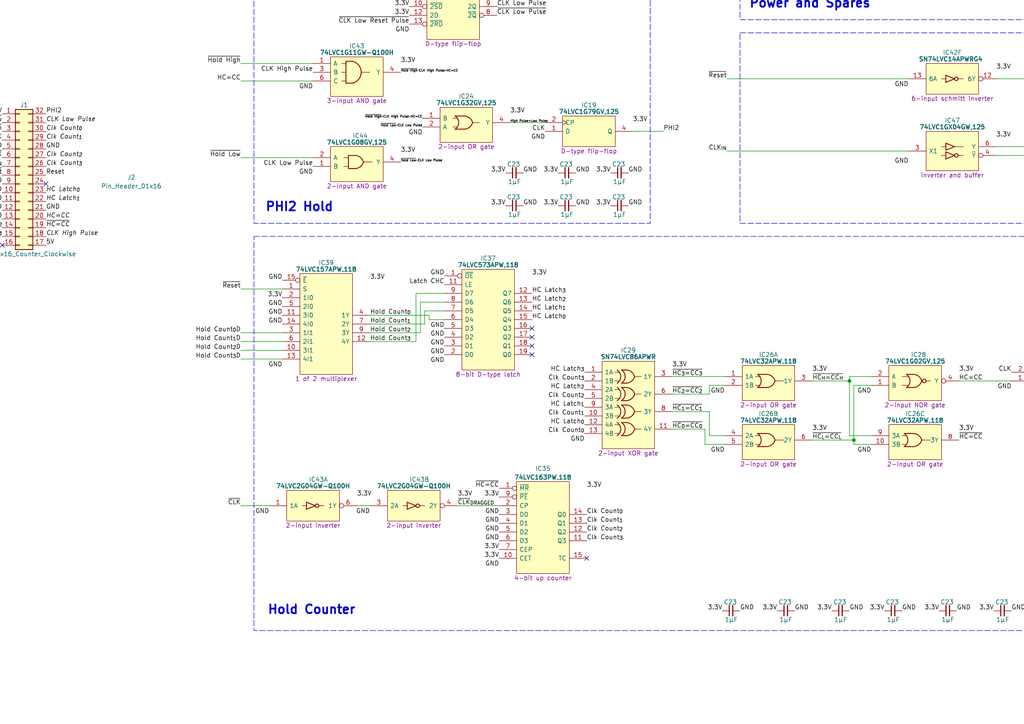
<source format=kicad_sch>
(kicad_sch (version 20230121) (generator eeschema)
  (paper "A4")
  (junction (at 247.65 127.635))
  (junction (at 248.92 -26.67))
  (junction (at 246.38 110.49))
  (junction (at 278.13 -26.67))
  (no_connect (at 154.305 102.87))
  (no_connect (at 154.305 95.25))
  (no_connect (at 320.04 -31.75))
  (no_connect (at 13.335 53.34))
  (no_connect (at 320.04 -14.605))
  (no_connect (at 154.305 100.33))
  (no_connect (at 0.635 71.12))
  (no_connect (at 154.305 97.79))
  (no_connect (at 274.32 -21.59))
  (no_connect (at 170.18 161.925))
  (wire (pts (xy 120.65 85.09) (xy 128.905 85.09)))
  (wire (pts (xy 330.2 90.17) (xy 334.01 90.17)))
  (wire (pts (xy 333.375 45.085) (xy 288.925 45.085)))
  (wire (pts (xy 121.92 87.63) (xy 128.905 87.63)))
  (wire (pts (xy 205.74 114.3) (xy 205.74 111.76)))
  (wire (pts (xy 85.725 -0.635) (xy 118.745 -0.635)))
  (wire (pts (xy 126.365 -23.495) (xy 133.985 -23.495)))
  (wire (pts (xy 205.74 119.38) (xy 205.74 126.365)))
  (wire (pts (xy 330.2 119.38) (xy 334.01 119.38)))
  (wire (pts (xy 69.85 23.495) (xy 90.805 23.495)))
  (wire (pts (xy 69.85 45.72) (xy 90.805 45.72)))
  (wire (pts (xy 318.77 109.22) (xy 319.405 109.22)))
  (wire (pts (xy 69.85 -4.445) (xy 85.725 -4.445)))
  (wire (pts (xy 235.585 127.635) (xy 247.65 127.635)))
  (wire (pts (xy 107.315 93.98) (xy 123.19 93.98)))
  (wire (pts (xy 124.46 92.71) (xy 128.905 92.71)))
  (wire (pts (xy 233.68 -21.59) (xy 234.95 -21.59)))
  (wire (pts (xy 188.595 -5.08) (xy 192.405 -5.08)))
  (wire (pts (xy 85.725 -10.795) (xy 118.745 -10.795)))
  (wire (pts (xy 103.505 146.685) (xy 107.315 146.685)))
  (wire (pts (xy 330.2 87.63) (xy 334.01 87.63)))
  (wire (pts (xy 205.74 126.365) (xy 210.185 126.365)))
  (wire (pts (xy 330.2 149.225) (xy 334.01 149.225)))
  (wire (pts (xy 204.47 128.905) (xy 210.185 128.905)))
  (wire (pts (xy 120.65 99.06) (xy 120.65 85.09)))
  (wire (pts (xy 330.2 156.845) (xy 334.01 156.845)))
  (wire (pts (xy 205.74 111.76) (xy 210.185 111.76)))
  (wire (pts (xy 246.38 110.49) (xy 235.585 110.49)))
  (wire (pts (xy 330.2 151.765) (xy 334.01 151.765)))
  (wire (pts (xy 233.68 -26.67) (xy 248.92 -26.67)))
  (wire (pts (xy 121.92 96.52) (xy 121.92 87.63)))
  (wire (pts (xy 194.945 114.3) (xy 205.74 114.3)))
  (wire (pts (xy 147.955 35.56) (xy 158.115 35.56)))
  (wire (pts (xy 85.725 -6.985) (xy 85.725 -10.795)))
  (wire (pts (xy 69.85 96.52) (xy 81.915 96.52)))
  (wire (pts (xy 247.65 111.76) (xy 247.65 127.635)))
  (wire (pts (xy 192.405 38.1) (xy 183.515 38.1)))
  (wire (pts (xy 248.92 -26.67) (xy 248.92 -24.13)))
  (wire (pts (xy 126.365 -40.005) (xy 133.985 -40.005)))
  (wire (pts (xy 330.2 85.09) (xy 334.01 85.09)))
  (wire (pts (xy 252.73 128.905) (xy 247.65 128.905)))
  (wire (pts (xy 107.315 96.52) (xy 121.92 96.52)))
  (wire (pts (xy 330.2 92.71) (xy 334.01 92.71)))
  (wire (pts (xy 107.315 99.06) (xy 120.65 99.06)))
  (wire (pts (xy 246.38 110.49) (xy 246.38 126.365)))
  (wire (pts (xy 274.32 -26.67) (xy 278.13 -26.67)))
  (wire (pts (xy 69.85 99.06) (xy 81.915 99.06)))
  (wire (pts (xy 252.73 126.365) (xy 246.38 126.365)))
  (wire (pts (xy 124.46 91.44) (xy 124.46 92.71)))
  (wire (pts (xy 210.82 43.815) (xy 263.525 43.815)))
  (wire (pts (xy 204.47 124.46) (xy 204.47 128.905)))
  (wire (pts (xy 188.595 -7.62) (xy 192.405 -7.62)))
  (wire (pts (xy 132.715 146.685) (xy 144.78 146.685)))
  (wire (pts (xy 333.375 42.545) (xy 288.925 42.545)))
  (wire (pts (xy 210.82 22.86) (xy 263.525 22.86)))
  (wire (pts (xy 69.85 146.685) (xy 78.105 146.685)))
  (wire (pts (xy 85.725 -4.445) (xy 85.725 -0.635)))
  (wire (pts (xy 278.13 -26.67) (xy 283.21 -26.67)))
  (wire (pts (xy 123.19 93.98) (xy 123.19 90.17)))
  (wire (pts (xy 330.2 116.84) (xy 334.01 116.84)))
  (wire (pts (xy 69.85 104.14) (xy 81.915 104.14)))
  (wire (pts (xy 247.65 128.905) (xy 247.65 127.635)))
  (wire (pts (xy 252.73 111.76) (xy 247.65 111.76)))
  (wire (pts (xy 194.945 109.22) (xy 210.185 109.22)))
  (wire (pts (xy 246.38 109.22) (xy 246.38 110.49)))
  (wire (pts (xy 204.47 124.46) (xy 194.945 124.46)))
  (wire (pts (xy 233.68 -26.67) (xy 233.68 -21.59)))
  (wire (pts (xy 333.375 22.86) (xy 288.925 22.86)))
  (wire (pts (xy 69.85 18.415) (xy 90.805 18.415)))
  (wire (pts (xy 278.13 -21.59) (xy 278.13 -26.67)))
  (wire (pts (xy 330.2 154.305) (xy 334.01 154.305)))
  (wire (pts (xy 69.85 -6.985) (xy 85.725 -6.985)))
  (wire (pts (xy 246.38 109.22) (xy 252.73 109.22)))
  (wire (pts (xy 69.85 101.6) (xy 81.915 101.6)))
  (wire (pts (xy 107.315 91.44) (xy 124.46 91.44)))
  (wire (pts (xy 278.13 110.49) (xy 293.37 110.49)))
  (wire (pts (xy 194.945 119.38) (xy 205.74 119.38)))
  (wire (pts (xy 123.19 90.17) (xy 128.905 90.17)))
  (wire (pts (xy 69.85 83.82) (xy 81.915 83.82)))
  (rectangle (start 214.63 9.525) (end 329.565 64.77) (stroke (width 0) (type dash)))
  (rectangle (start 73.66 68.58) (end 330.2 182.88) (stroke (width 0) (type dash)))
  (rectangle (start 214.63 -49.53) (end 329.565 5.715) (stroke (width 0) (type dash)))
  (rectangle (start 73.66 -49.53) (end 188.595 64.77) (stroke (width 0) (type dash)))
  (text "Hold Counter" (at 77.47 178.435 0) (effects (font (size 2.54 2.54) (thickness 0.508) bold) (justify left bottom)))
  (text "PHI2 Hold" (at 76.835 61.595 0) (effects (font (size 2.54 2.54) (thickness 0.508) bold) (justify left bottom)))
  (text "Power and Spares" (at 217.17 2.54 0) (effects (font (size 2.54 2.54) (thickness 0.508) bold) (justify left bottom)))
  (label "5V" (at 233.68 -26.67 180))
  (label "~{CLK High Pulse}" (at 100.965 -40.005 180))
  (label "HC=CC" (at 69.85 23.495 180))
  (label "3.3V" (at 126.365 -42.545 0))
  (label "GND" (at 230.505 177.165 0))
  (label "GND" (at 293.37 177.165 0))
  (label "CLK Low Pulse" (at 90.805 48.26 180))
  (label "GND" (at 78.105 149.225 180))
  (label "HC=CC" (at 13.335 63.5 0) (effects (font italic)))
  (label "3.3V" (at 144.78 161.925 180))
  (label "GND" (at 128.905 105.41 180))
  (label "HC Latch_{3}" (at 154.305 85.09 0))
  (label "3.3V" (at 118.745 -5.715 180))
  (label "GND" (at 128.905 100.33 180))
  (label "~{Hold High}·CLK High Pulse·HC=CC" (at 122.555 34.29 180) (effects (font (size 0.635 0.635))))
  (label "GND" (at 133.985 -20.955 180))
  (label "HC Latch_{1}" (at 13.335 58.42 0) (effects (font italic)))
  (label "Clk Count_{0}" (at 13.335 38.1 0) (effects (font italic)))
  (label "HC Latch_{2}" (at 154.305 87.63 0))
  (label "~{CLK}" (at 333.375 45.085 0))
  (label "HC Latch_{3}" (at 169.545 107.95 180))
  (label "~{Reset}" (at 0.635 50.8 180))
  (label "~{Hold Low}·CLK Low Pulse" (at 122.555 36.83 180) (effects (font (size 0.635 0.635))))
  (label "GND" (at 100.965 -37.465 180))
  (label "3.3V" (at 146.685 59.69 180))
  (label "GND" (at 128.905 102.87 180))
  (label "Reset" (at 333.375 22.86 0))
  (label "GND" (at 263.525 47.625 180))
  (label "CLK L.P." (at 126.365 -23.495 0))
  (label "Clk Count_{2}" (at 170.18 154.305 0))
  (label "3.3V" (at 235.585 107.95 0))
  (label "GND" (at 182.245 50.165 0))
  (label "GND" (at 128.905 80.01 180))
  (label "High Pulse+Low Pulse" (at 147.955 35.56 0) (effects (font (size 0.635 0.635))))
  (label "3.3V" (at 154.305 80.01 0))
  (label "GND" (at 210.185 114.3 180))
  (label "GND" (at 118.745 9.525 180))
  (label "3.3V" (at 116.205 18.415 0))
  (label "3.3V" (at 194.945 106.68 0))
  (label "~{CLK}" (at 69.85 146.685 180))
  (label "GND" (at 90.805 50.8 180))
  (label "3.3V" (at 272.415 177.165 180))
  (label "~{HC_{1}=CC_{1}}" (at 194.945 119.38 0))
  (label "GND" (at 210.185 131.445 180))
  (label "CLK High Pulse" (at 13.335 68.58 0) (effects (font italic)))
  (label "GND" (at 246.38 177.165 0))
  (label "3.3V" (at 107.315 81.28 0))
  (label "GND" (at 252.73 114.3 180))
  (label "3.3V" (at 144.78 144.145 180))
  (label "~{CLK Low Pulse}" (at 100.965 -23.495 180))
  (label "Clk Count_{3}" (at 170.18 156.845 0))
  (label "HC Latch_{3}" (at 0.635 68.58 180) (effects (font italic)))
  (label "CLK" (at 293.37 107.95 180))
  (label "3.3V" (at 288.925 20.32 0))
  (label "HC=CC" (at 334.01 116.84 0))
  (label "HC=CC" (at 278.13 110.49 0))
  (label "GND" (at 144.78 151.765 180))
  (label "Hold Count_{0}" (at 107.315 91.44 0))
  (label "~{HC=CC}" (at 278.13 127.635 0))
  (label "~{Hold High}·CLK High Pulse·HC=CC" (at 116.205 20.955 0) (effects (font (size 0.635 0.635))))
  (label "CLK" (at 0.635 40.64 180))
  (label "Clk Count_{0}" (at 169.545 125.73 180))
  (label "HC Latch_{1}" (at 154.305 90.17 0))
  (label "GND" (at 294.64 -29.21 180))
  (label "GND" (at 144.78 149.225 180))
  (label "GND" (at 122.555 39.37 180))
  (label "GND" (at 167.005 59.69 0))
  (label "Clk Count_{1}" (at 334.01 151.765 0))
  (label "Clk Count_{0}" (at 170.18 149.225 0))
  (label "GND" (at 294.64 -13.335 180))
  (label "3.3V" (at 256.54 177.165 180))
  (label "CLK High Pulse" (at 144.145 -8.255 0))
  (label "HC Latch_{0}" (at 13.335 55.88 0) (effects (font italic)))
  (label "HC Latch_{2}" (at 0.635 66.04 180) (effects (font italic)))
  (label "HC Latch_{3}" (at 334.01 85.09 0))
  (label "~{Hold Low}" (at 0.635 35.56 180))
  (label "3.3V" (at 235.585 125.095 0))
  (label "3.3V" (at 318.135 59.055 180))
  (label "GND" (at 151.765 59.69 0))
  (label "~{Hold High}" (at 69.85 18.415 180))
  (label "3.3V" (at 288.29 177.165 180))
  (label "3.3V" (at 146.685 50.165 180))
  (label "~{CLK High Pulse}" (at 144.145 -5.715 0))
  (label "Hold Count_{3}" (at 107.315 99.06 0))
  (label "~{Reset}" (at 210.82 22.86 180))
  (label "GND" (at 323.85 177.165 0))
  (label "~{Hold Low}" (at 69.85 45.72 180))
  (label "~{HC_{2}=CC_{2}}" (at 194.945 114.3 0))
  (label "CLK Low Pulse" (at 192.405 -5.08 0))
  (label "3.3V" (at 241.3 177.165 180))
  (label "GND" (at 283.21 -21.59 0))
  (label "3.3V" (at 144.78 159.385 180))
  (label "Hold Count_{2}D" (at 69.85 101.6 180))
  (label "~{Hold High}" (at 0.635 38.1 180))
  (label "3.3V" (at 147.955 33.02 0))
  (label "GND" (at 277.495 177.165 0))
  (label "CLK" (at 69.85 -6.985 180))
  (label "3.3V" (at 161.925 50.165 180))
  (label "HC Latch_{2}" (at 169.545 113.03 180))
  (label "Clk Count_{0}" (at 334.01 149.225 0))
  (label "3.3V" (at 303.53 177.165 180))
  (label "GND" (at 167.005 50.165 0))
  (label "Hold Count_{3}D" (at 0.635 63.5 180))
  (label "5V" (at 13.335 71.12 0))
  (label "PHI2" (at 13.335 33.02 0))
  (label "3.3V" (at 318.77 177.165 180))
  (label "GND" (at 128.905 95.25 180))
  (label "Clk Count_{3}" (at 334.01 156.845 0))
  (label "Hold Count_{2}D" (at 0.635 58.42 180))
  (label "3.3V" (at 320.04 -34.29 0))
  (label "GND" (at 248.92 -21.59 180))
  (label "3.3V" (at 81.915 86.36 180))
  (label "GND" (at 100.965 -20.955 180))
  (label "GND" (at 107.315 149.225 180))
  (label "CLK Low Pulse" (at 144.145 1.905 0))
  (label "GND" (at 263.525 25.4 180))
  (label "CLK" (at 158.115 38.1 180))
  (label "GND" (at 151.765 50.165 0))
  (label "Hold Count_{1}D" (at 69.85 99.06 180))
  (label "Latch CHC" (at 319.405 109.22 0))
  (label "GND" (at 158.115 40.64 180))
  (label "GND" (at 323.215 59.055 0))
  (label "3.3V" (at 288.925 40.005 0))
  (label "GND" (at 133.985 -37.465 180))
  (label "Clk Count_{1}" (at 169.545 120.65 180))
  (label "~{HC_{0}=CC_{0}}" (at 194.945 124.46 0))
  (label "~{CLK}" (at 69.85 -4.445 180))
  (label "3.3V" (at 126.365 -26.035 0))
  (label "GND" (at 169.545 128.27 180))
  (label "CLK High Pulse" (at 192.405 -7.62 0))
  (label "GND" (at 144.78 154.305 180))
  (label "5V" (at 0.635 33.02 180))
  (label "3.3V" (at 103.505 144.145 0))
  (label "GND" (at 81.915 91.44 180))
  (label "3.3V" (at 159.385 -42.545 0))
  (label "CLK High Pulse" (at 90.805 20.955 180))
  (label "GND" (at 308.61 177.165 0))
  (label "3.3V" (at 225.425 177.165 180))
  (label "HC Latch_{1}" (at 334.01 90.17 0))
  (label "Hold Count_{0}D" (at 0.635 53.34 180))
  (label "GND" (at 13.335 43.18 0))
  (label "CLK_{IN}" (at 210.82 43.815 180))
  (label "Hold Count_{2}" (at 107.315 96.52 0))
  (label "Clk Count_{1}" (at 170.18 151.765 0))
  (label "CLK" (at 333.375 42.545 0))
  (label "3.3V" (at 118.745 4.445 180))
  (label "GND" (at 81.915 106.68 180))
  (label "Latch CHC" (at 128.905 82.55 180))
  (label "~{CLK}" (at 0.635 45.72 180))
  (label "3.3V" (at 144.145 -10.795 0))
  (label "HC Latch_{0}" (at 169.545 123.19 180))
  (label "Clk Count_{3}" (at 13.335 48.26 0) (effects (font italic)))
  (label "PHI2" (at 192.405 38.1 0))
  (label "GND" (at 214.63 177.165 0))
  (label "Clk Count_{2}" (at 169.545 115.57 180))
  (label "GND" (at 240.03 -21.59 0))
  (label "3.3V" (at 283.21 -26.67 0))
  (label "3.3V" (at 318.77 106.68 0))
  (label "3.3V" (at 278.13 107.95 0))
  (label "~{CLK High Reset Pulse}" (at 159.385 -40.005 0))
  (label "GND" (at 261.62 177.165 0))
  (label "Hold Count_{1}D" (at 0.635 55.88 180))
  (label "Clk Count_{3}" (at 169.545 110.49 180))
  (label "3.3V" (at 116.205 44.45 0))
  (label "3.3V" (at 278.13 125.095 0))
  (label "3.3V" (at 159.385 -26.035 0))
  (label "GND" (at 144.78 164.465 180))
  (label "~{HC_{H}=CC_{H}}" (at 235.585 110.49 0))
  (label "3.3V" (at 132.715 144.145 0))
  (label "GND" (at 13.335 60.96 0))
  (label "Hold Count_{0}D" (at 69.85 96.52 180))
  (label "~{Reset}" (at 69.85 83.82 180))
  (label "GND" (at 81.915 93.98 180))
  (label "GND" (at 81.915 81.28 180))
  (label "3.3V" (at 118.745 -8.255 180))
  (label "~{CLK Low Reset Pulse}" (at 118.745 6.985 180))
  (label "GND" (at 294.64 -10.795 180))
  (label "3.3V" (at 161.925 59.69 180))
  (label "HC Latch_{0}" (at 334.01 92.71 0))
  (label "GND" (at 128.905 97.79 180))
  (label "HC Latch_{1}" (at 169.545 118.11 180))
  (label "~{HC=CC}" (at 13.335 66.04 0) (effects (font italic)))
  (label "GND" (at 294.64 -15.875 180))
  (label "3.3V" (at 177.165 59.69 180))
  (label "HC Latch_{2}" (at 334.01 87.63 0))
  (label "~{HC_{3}=CC_{3}}" (at 194.945 109.22 0))
  (label "3.3V" (at 118.745 1.905 180))
  (label "CLK Low Pulse" (at 13.335 35.56 0) (effects (font italic)))
  (label "GND" (at 144.78 156.845 180))
  (label "3.3V" (at 209.55 177.165 180))
  (label "GND" (at 293.37 113.03 180))
  (label "3.3V" (at 320.04 -17.145 0))
  (label "GND" (at 90.805 26.035 180))
  (label "CLK H.P." (at 126.365 -40.005 0))
  (label "~{CLK}_{DRAGGED}" (at 132.715 146.685 0))
  (label "3.3V" (at 183.515 35.56 0))
  (label "~{CLK Low Pulse}" (at 144.145 4.445 0))
  (label "~{HC_{L}=CC_{L}}" (at 235.585 127.635 0))
  (label "Clk Count_{1}" (at 13.335 40.64 0) (effects (font italic)))
  (label "GND" (at 81.915 88.9 180))
  (label "HC Latch_{0}" (at 154.305 92.71 0))
  (label "Clk Count_{2}" (at 13.335 45.72 0) (effects (font italic)))
  (label "~{CLK Low Reset Pulse}" (at 159.385 -23.495 0))
  (label "GND" (at 0.635 43.18 180))
  (label "Hold Count_{1}" (at 107.315 93.98 0))
  (label "Reset" (at 13.335 50.8 0))
  (label "3.3V" (at 177.165 50.165 180))
  (label "~{HC=CC}" (at 144.78 141.605 180))
  (label "~{Hold Low}·CLK Low Pulse" (at 116.205 46.99 0) (effects (font (size 0.635 0.635))))
  (label "~{CLK High Reset Pulse}" (at 118.745 -3.175 180))
  (label "GND" (at 0.635 60.96 180))
  (label "GND" (at 252.73 131.445 180))
  (label "~{HC=CC}" (at 334.01 119.38 0))
  (label "GND" (at 294.64 -31.75 180))
  (label "Clk Count_{2}" (at 334.01 154.305 0))
  (label "GND" (at 182.245 59.69 0))
  (label "3.3V" (at 170.18 141.605 0))
  (label "Hold Count_{3}D" (at 69.85 104.14 180))
  (label "CLK_{IN}" (at 0.635 48.26 180))
  (symbol (lib_id "HCP65:C_0805") (at 146.685 50.165 0) (unit 1)
    (property "Reference" "C23" (at 148.971 47.625 0))
    (property "Value" "1μF" (at 149.225 52.705 0))
    (property "Footprint" "SamacSys_Parts:C_0805" (effects hide))
    (instances (project "Pico Sound" (path "" (reference "C23") (unit 1))) (project "W65C816 Clock Hold" (path "" (reference "C1") (unit 1)) (path "" (reference "C47") (unit 1))))
  )
  (symbol (lib_id "Nexperia:74LVC1G02GV,125") (at 252.73 109.22 0) (unit 1)
    (property "Reference" "IC28" (at 264.16 102.87 0) (effects (justify left)))
    (property "Value" "74LVC1G02GV,125" (at 256.54 104.775 0) (effects (font bold) (justify left)))
    (property "Footprint" "SOT95P275X110-5N" (effects hide))
    (property "Datasheet" "https://assets.nexperia.com/documents/data-sheet/74LVC1G02.pdf" (effects hide))
    (property "Description" "2-input NOR gate" (at 256.54 117.475 0) (effects (justify left)))
    (property "Height" "1.1" (effects hide))
    (property "Manufacturer_Name" "Nexperia" (effects hide))
    (property "Manufacturer_Part_Number" "74LVC1G02GV,125" (effects hide))
    (property "Mouser Part Number" "771-LVC1G02GV125" (effects hide))
    (property "Mouser Price/Stock" "https://www.mouser.co.uk/ProductDetail/Nexperia/74LVC1G02GV125?qs=me8TqzrmIYX6GMf4PLx9gg%3D%3D" (effects hide))
    (property "Silkscreen" "'1G02" (effects hide))
  )
  (symbol (lib_id "Nexperia:74LVC32APW,118_Multi") (at 252.73 126.365 0) (unit 3)
    (property "Reference" "IC26" (at 265.43 120.015 0))
    (property "Value" "74LVC32APW,118" (at 265.43 121.92 0) (effects (font bold)))
    (property "Footprint" "SOP65P640X110-14N" (effects hide))
    (property "Datasheet" "https://assets.nexperia.com/documents/data-sheet/74LVC32A.pdf" (effects hide))
    (property "Description" "2-input OR gate" (at 265.43 134.62 0))
    (property "Height" "1.1" (effects hide))
    (property "Manufacturer_Name" "Nexperia" (effects hide))
    (property "Manufacturer_Part_Number" "74LVC32APW,118" (effects hide))
    (property "Mouser Part Number" "771-74LVC32APW-T" (effects hide))
    (property "Mouser Price/Stock" "https://www.mouser.com/Search/Refine.aspx?Keyword=771-74LVC32APW-T" (effects hide))
    (property "Silkscreen" "74LVC32APW" (effects hide))
  )
  (symbol (lib_id "Nexperia:74LVC32APW,118_Multi") (at 210.185 109.22 0) (unit 1)
    (property "Reference" "IC26" (at 222.885 102.87 0))
    (property "Value" "74LVC32APW,118" (at 222.885 104.775 0) (effects (font bold)))
    (property "Footprint" "SOP65P640X110-14N" (effects hide))
    (property "Datasheet" "https://assets.nexperia.com/documents/data-sheet/74LVC32A.pdf" (effects hide))
    (property "Description" "2-input OR gate" (at 222.885 117.475 0))
    (property "Height" "1.1" (effects hide))
    (property "Manufacturer_Name" "Nexperia" (effects hide))
    (property "Manufacturer_Part_Number" "74LVC32APW,118" (effects hide))
    (property "Mouser Part Number" "771-74LVC32APW-T" (effects hide))
    (property "Mouser Price/Stock" "https://www.mouser.com/Search/Refine.aspx?Keyword=771-74LVC32APW-T" (effects hide))
    (property "Silkscreen" "74LVC32APW" (effects hide))
  )
  (symbol (lib_id "Nexperia:74LVC1GX04GW,125") (at 263.525 40.005 0) (unit 1)
    (property "Reference" "IC47" (at 276.225 34.925 0))
    (property "Value" "74LVC1GX04GW,125" (at 276.225 36.83 0) (effects (font bold)))
    (property "Footprint" "SOP65P210X110-6N" (effects hide))
    (property "Datasheet" "https://assets.nexperia.com/documents/data-sheet/74LVC1GX04.pdf" (effects hide))
    (property "Description" "inverter and buffer" (at 276.225 50.8 0))
    (property "Height" "1.1" (effects hide))
    (property "Manufacturer_Name" "Nexperia" (effects hide))
    (property "Manufacturer_Part_Number" "74LVC1GX04GW,125" (effects hide))
    (property "Mouser Part Number" "771-74LVC1GX04GW-G" (effects hide))
    (property "Mouser Price/Stock" "https://www.mouser.co.uk/ProductDetail/Nexperia/74LVC1GX04GW125?qs=me8TqzrmIYXdz6qx7bR6zQ%3D%3D" (effects hide))
    (property "Silkscreen" "'1GX04" (effects hide))
  )
  (symbol (lib_id "HCP65:C_0805") (at 177.165 50.165 0) (unit 1)
    (property "Reference" "C23" (at 179.451 47.625 0))
    (property "Value" "1μF" (at 179.705 52.705 0))
    (property "Footprint" "SamacSys_Parts:C_0805" (effects hide))
    (instances (project "Pico Sound" (path "" (reference "C23") (unit 1))) (project "W65C816 Clock Hold" (path "" (reference "C1") (unit 1)) (path "" (reference "C21") (unit 1))))
  )
  (symbol (lib_id "Nexperia:74LVC1G32GV,125") (at 122.555 34.29 0) (unit 1)
    (property "Reference" "IC24" (at 135.255 27.94 0))
    (property "Value" "74LVC1G32GV,125" (at 135.255 29.845 0) (effects (font bold)))
    (property "Footprint" "SOT95P275X110-5N" (effects hide))
    (property "Datasheet" "https://assets.nexperia.com/documents/data-sheet/74LVC1G32.pdf" (effects hide))
    (property "Description" "2-input OR gate" (at 135.255 42.545 0))
    (property "Height" "1.1" (effects hide))
    (property "Manufacturer_Name" "Nexperia" (effects hide))
    (property "Manufacturer_Part_Number" "74LVC1G32GV,125" (effects hide))
    (property "Mouser Part Number" "771-LVC1G32GV125" (effects hide))
    (property "Mouser Price/Stock" "https://www.mouser.co.uk/ProductDetail/Nexperia/74LVC1G32GV125?qs=me8TqzrmIYXExQH4V9SARg%3D%3D" (effects hide))
    (property "Silkscreen" "'1G32" (effects hide))
    (instances (project "W65C816 Clock Hold" (path "" (reference "IC24") (unit 1)) (path "" (reference "IC27") (unit 1))))
  )
  (symbol (lib_id "HCP65:C_0805") (at 161.925 59.69 0) (unit 1)
    (property "Reference" "C23" (at 164.211 57.15 0))
    (property "Value" "1μF" (at 164.465 62.23 0))
    (property "Footprint" "SamacSys_Parts:C_0805" (effects hide))
    (instances (project "Pico Sound" (path "" (reference "C23") (unit 1))) (project "W65C816 Clock Hold" (path "" (reference "C1") (unit 1)) (path "" (reference "C22") (unit 1))))
  )
  (symbol (lib_id "Nexperia:74LVC32APW,118_Multi") (at 210.185 126.365 0) (unit 2)
    (property "Reference" "IC26" (at 222.885 120.015 0))
    (property "Value" "74LVC32APW,118" (at 222.885 121.92 0) (effects (font bold)))
    (property "Footprint" "SOP65P640X110-14N" (effects hide))
    (property "Datasheet" "https://assets.nexperia.com/documents/data-sheet/74LVC32A.pdf" (effects hide))
    (property "Description" "2-input OR gate" (at 222.885 134.62 0))
    (property "Height" "1.1" (effects hide))
    (property "Manufacturer_Name" "Nexperia" (effects hide))
    (property "Manufacturer_Part_Number" "74LVC32APW,118" (effects hide))
    (property "Mouser Part Number" "771-74LVC32APW-T" (effects hide))
    (property "Mouser Price/Stock" "https://www.mouser.com/Search/Refine.aspx?Keyword=771-74LVC32APW-T" (effects hide))
    (property "Silkscreen" "74LVC32APW" (effects hide))
  )
  (symbol (lib_id "HCP65:Pin_Header_01x16") (at 38.1 52.705 0) (unit 1)
    (property "Reference" "J2" (at 38.1 51.435 0))
    (property "Value" "Pin_Header_01x16" (at 38.1 53.975 0))
    (property "Footprint" "SamacSys_Parts:PinHeader_1x16_P2.54mm_Vertical" (effects hide))
  )
  (symbol (lib_id "Connector_Generic:Conn_02x16_Counter_Clockwise") (at 5.715 50.8 0) (unit 1)
    (property "Reference" "J1" (at 6.985 30.48 0))
    (property "Value" "Conn_02x16_Counter_Clockwise" (at 6.985 73.66 0))
    (property "Footprint" "SamacSys_Parts:DIP-32_Board_W22.86mm" (effects hide))
  )
  (symbol (lib_id "HCP65:Pin_Header_01x16") (at -27.305 52.705 0) (unit 1)
    (property "Reference" "J3" (at -27.305 51.435 0))
    (property "Value" "Pin_Header_01x16" (at -27.305 53.975 0))
    (property "Footprint" "SamacSys_Parts:PinHeader_1x16_P2.54mm_Vertical" (effects hide))
  )
  (symbol (lib_id "Nexperia:74LVC1G08GV,125") (at 90.805 45.085 0) (unit 1)
    (property "Reference" "IC44" (at 102.235 39.37 0) (effects (justify left)))
    (property "Value" "74LVC1G08GV,125" (at 103.505 41.275 0) (effects (font bold)))
    (property "Footprint" "SOT95P275X110-5N" (effects hide))
    (property "Datasheet" "https://assets.nexperia.com/documents/data-sheet/74LVC1G08.pdf" (effects hide))
    (property "Description" "2-input AND gate" (at 103.505 53.975 0))
    (property "Height" "1.1" (effects hide))
    (property "Manufacturer_Name" "Nexperia" (effects hide))
    (property "Manufacturer_Part_Number" "74LVC1G08GV,125" (effects hide))
    (property "Mouser Part Number" "771-74LVC1G08GV" (effects hide))
    (property "Mouser Price/Stock" "https://www.mouser.co.uk/ProductDetail/Nexperia/74LVC1G08GV125?qs=me8TqzrmIYXEnurJEPZc7A%3D%3D" (effects hide))
    (property "Arrow Part Number" "74LVC1G08GV,125" (effects hide))
    (property "Arrow Price/Stock" "https://www.arrow.com/en/products/74lvc1g08gv125/nexperia" (effects hide))
    (property "Silkscreen" "'1G08" (effects hide))
  )
  (symbol (lib_id "HCP65:C_0805") (at 234.95 -21.59 0) (unit 1)
    (property "Reference" "C27" (at 237.236 -24.13 0))
    (property "Value" "10μF" (at 237.49 -19.05 0))
    (property "Footprint" "SamacSys_Parts:C_0805" (effects hide))
    (instances (project "Pico Sound" (path "" (reference "C27") (unit 1))) (project "W65C816 Clock Hold" (path "" (reference "C7") (unit 1)) (path "" (reference "C43") (unit 1))))
  )
  (symbol (lib_id "Nexperia:74LVC32APW,118_Multi") (at 294.64 -15.875 0) (unit 4)
    (property "Reference" "IC26" (at 307.34 -22.225 0))
    (property "Value" "74LVC32APW,118" (at 307.34 -20.32 0) (effects (font bold)))
    (property "Footprint" "SOP65P640X110-14N" (effects hide))
    (property "Datasheet" "https://assets.nexperia.com/documents/data-sheet/74LVC32A.pdf" (effects hide))
    (property "Description" "2-input OR gate" (at 307.34 -7.62 0))
    (property "Height" "1.1" (effects hide))
    (property "Manufacturer_Name" "Nexperia" (effects hide))
    (property "Manufacturer_Part_Number" "74LVC32APW,118" (effects hide))
    (property "Mouser Part Number" "771-74LVC32APW-T" (effects hide))
    (property "Mouser Price/Stock" "https://www.mouser.com/Search/Refine.aspx?Keyword=771-74LVC32APW-T" (effects hide))
    (property "Silkscreen" "74LVC32APW" (effects hide))
  )
  (symbol (lib_id "HCP65:C_0805") (at 209.55 177.165 0) (unit 1)
    (property "Reference" "C23" (at 211.836 174.625 0))
    (property "Value" "1μF" (at 212.09 179.705 0))
    (property "Footprint" "SamacSys_Parts:C_0805" (effects hide))
    (instances (project "Pico Sound" (path "" (reference "C23") (unit 1))) (project "W65C816 Clock Hold" (path "" (reference "C1") (unit 1)) (path "" (reference "C29") (unit 1))))
  )
  (symbol (lib_id "HCP65:C_0805") (at 241.3 177.165 0) (unit 1)
    (property "Reference" "C23" (at 243.586 174.625 0))
    (property "Value" "1μF" (at 243.84 179.705 0))
    (property "Footprint" "SamacSys_Parts:C_0805" (effects hide))
    (instances (project "Pico Sound" (path "" (reference "C23") (unit 1))) (project "W65C816 Clock Hold" (path "" (reference "C1") (unit 1)) (path "" (reference "C26") (unit 1))))
  )
  (symbol (lib_id "Diodes_Inc:AP7365-33WG-7") (at 248.92 -26.67 0) (unit 1)
    (property "Reference" "IC2" (at 261.62 -31.75 0))
    (property "Value" "AP7365-33WG-7" (at 261.62 -29.845 0) (effects (font bold)))
    (property "Footprint" "SOT95P285X130-5N" (effects hide))
    (property "Datasheet" "https://componentsearchengine.com/Datasheets/1/AP7365-33WG-7.pdf" (effects hide))
    (property "Description" "3.3V LDO voltage regulator" (at 261.62 -18.415 0))
    (property "Height" "1.3" (effects hide))
    (property "Manufacturer_Name" "Diodes Inc." (effects hide))
    (property "Manufacturer_Part_Number" "AP7365-33WG-7" (effects hide))
    (property "Mouser Part Number" "621-AP7365-33WG-7" (effects hide))
    (property "Mouser Price/Stock" "https://www.mouser.co.uk/ProductDetail/Diodes-Incorporated/AP7365-33WG-7?qs=abZ1nkZpTuOZFvxvoFPL0w%3D%3D" (effects hide))
    (property "Arrow Part Number" "AP7365-33WG-7" (effects hide))
    (property "Arrow Price/Stock" "https://www.arrow.com/en/products/ap7365-33wg-7/diodes-incorporated?region=nac" (effects hide))
    (property "Silkscreen" "AP7365" (effects hide))
    (instances (project "Pico Sound" (path "" (reference "IC2") (unit 1))) (project "W65C816 Clock Hold" (path "" (reference "IC7") (unit 1)) (path "" (reference "IC41") (unit 1))))
  )
  (symbol (lib_id "HCP65:C_0805") (at 278.13 -21.59 0) (unit 1)
    (property "Reference" "C27" (at 280.416 -24.13 0))
    (property "Value" "10μF" (at 280.67 -19.05 0))
    (property "Footprint" "SamacSys_Parts:C_0805" (effects hide))
    (instances (project "Pico Sound" (path "" (reference "C27") (unit 1))) (project "W65C816 Clock Hold" (path "" (reference "C7") (unit 1)) (path "" (reference "C44") (unit 1))))
  )
  (symbol (lib_id "Texas_Instruments:SN74LVC14APWRG4 _Multi") (at 133.985 -23.495 0) (unit 5)
    (property "Reference" "IC42" (at 146.685 -31.115 0))
    (property "Value" "SN74LVC14APWRG4 " (at 146.685 -29.21 0) (effects (font bold)))
    (property "Footprint" "SOP65P640X110-14N" (effects hide))
    (property "Datasheet" "https://www.ti.com/lit/ds/symlink/sn54lvc14a-sp.pdf?HQS=dis-mous-null-mousermode-dsf-pf-null-wwe&ts=1698388139196&ref_url=https%253A%252F%252Fwww.mouser.de%252F" (effects hide))
    (property "Description" "6-input schmitt inverter" (at 146.685 -17.78 0))
    (property "Height" "1.1" (effects hide))
    (property "Manufacturer_Name" "Nexperia" (effects hide))
    (property "Manufacturer_Part_Number" "SN74LVC14APWRG4 " (effects hide))
    (property "Mouser Part Number" "SN74LVC14APWRG4 " (effects hide))
    (property "Mouser Price/Stock" "https://www.mouser.co.uk/ProductDetail/Nexperia/74LVC04APW118?qs=me8TqzrmIYUA5zXidd9%2F4g%3D%3D" (effects hide))
    (property "Silkscreen" "74LVC14" (effects hide))
    (instances (project "W65C816 Clock Hold" (path "" (reference "IC42") (unit 5)) (path "" (reference "IC7") (unit 5))))
  )
  (symbol (lib_id "HCP65:C_0805") (at 225.425 177.165 0) (unit 1)
    (property "Reference" "C23" (at 227.711 174.625 0))
    (property "Value" "1μF" (at 227.965 179.705 0))
    (property "Footprint" "SamacSys_Parts:C_0805" (effects hide))
    (instances (project "Pico Sound" (path "" (reference "C23") (unit 1))) (project "W65C816 Clock Hold" (path "" (reference "C1") (unit 1)) (path "" (reference "C57") (unit 1))))
  )
  (symbol (lib_id "HCP65:C_0805") (at 146.685 59.69 0) (unit 1)
    (property "Reference" "C23" (at 148.971 57.15 0))
    (property "Value" "1μF" (at 149.225 62.23 0))
    (property "Footprint" "SamacSys_Parts:C_0805" (effects hide))
    (instances (project "Pico Sound" (path "" (reference "C23") (unit 1))) (project "W65C816 Clock Hold" (path "" (reference "C1") (unit 1)) (path "" (reference "C24") (unit 1))))
  )
  (symbol (lib_id "HCP65:C_0805") (at 256.54 177.165 0) (unit 1)
    (property "Reference" "C23" (at 258.826 174.625 0))
    (property "Value" "1μF" (at 259.08 179.705 0))
    (property "Footprint" "SamacSys_Parts:C_0805" (effects hide))
    (instances (project "Pico Sound" (path "" (reference "C23") (unit 1))) (project "W65C816 Clock Hold" (path "" (reference "C1") (unit 1)) (path "" (reference "C28") (unit 1))))
  )
  (symbol (lib_id "HCP65:C_0805") (at 303.53 177.165 0) (unit 1)
    (property "Reference" "C23" (at 305.816 174.625 0))
    (property "Value" "1μF" (at 306.07 179.705 0))
    (property "Footprint" "SamacSys_Parts:C_0805" (effects hide))
    (instances (project "Pico Sound" (path "" (reference "C23") (unit 1))) (project "W65C816 Clock Hold" (path "" (reference "C1") (unit 1)) (path "" (reference "C27") (unit 1))))
  )
  (symbol (lib_id "Texas_Instruments:SN74LVC14APWRG4 _Multi") (at 263.525 22.86 0) (unit 6)
    (property "Reference" "IC42" (at 276.225 15.24 0))
    (property "Value" "SN74LVC14APWRG4 " (at 276.225 17.145 0) (effects (font bold)))
    (property "Footprint" "SOP65P640X110-14N" (effects hide))
    (property "Datasheet" "https://www.ti.com/lit/ds/symlink/sn54lvc14a-sp.pdf?HQS=dis-mous-null-mousermode-dsf-pf-null-wwe&ts=1698388139196&ref_url=https%253A%252F%252Fwww.mouser.de%252F" (effects hide))
    (property "Description" "6-input schmitt inverter" (at 276.225 28.575 0))
    (property "Height" "1.1" (effects hide))
    (property "Manufacturer_Name" "Nexperia" (effects hide))
    (property "Manufacturer_Part_Number" "SN74LVC14APWRG4 " (effects hide))
    (property "Mouser Part Number" "SN74LVC14APWRG4 " (effects hide))
    (property "Mouser Price/Stock" "https://www.mouser.co.uk/ProductDetail/Nexperia/74LVC04APW118?qs=me8TqzrmIYUA5zXidd9%2F4g%3D%3D" (effects hide))
    (property "Silkscreen" "74LVC14" (effects hide))
    (instances (project "W65C816 Clock Hold" (path "" (reference "IC42") (unit 6)) (path "" (reference "IC7") (unit 6))))
  )
  (symbol (lib_id "HCP65:C_0805") (at 272.415 177.165 0) (unit 1)
    (property "Reference" "C23" (at 274.701 174.625 0))
    (property "Value" "1μF" (at 274.955 179.705 0))
    (property "Footprint" "SamacSys_Parts:C_0805" (effects hide))
    (instances (project "Pico Sound" (path "" (reference "C23") (unit 1))) (project "W65C816 Clock Hold" (path "" (reference "C1") (unit 1)) (path "" (reference "C48") (unit 1))))
  )
  (symbol (lib_id "HCP65:C_0805") (at 161.925 50.165 0) (unit 1)
    (property "Reference" "C23" (at 164.211 47.625 0))
    (property "Value" "1μF" (at 164.465 52.705 0))
    (property "Footprint" "SamacSys_Parts:C_0805" (effects hide))
    (instances (project "Pico Sound" (path "" (reference "C23") (unit 1))) (project "W65C816 Clock Hold" (path "" (reference "C1") (unit 1)) (path "" (reference "C20") (unit 1))))
  )
  (symbol (lib_id "Nexperia:74LVC74APW,118") (at 118.745 -10.795 0) (unit 1)
    (property "Reference" "IC7" (effects hide))
    (property "Value" "74LVC74APW,118" (at 131.445 -13.97 0) (effects (font bold)))
    (property "Footprint" "SOP65P640X110-14N" (effects hide))
    (property "Datasheet" "https://assets.nexperia.com/documents/data-sheet/74LVC74A.pdf" (effects hide))
    (property "Description" "D-type flip-flop" (at 131.445 12.7 0))
    (property "Height" "1.1" (effects hide))
    (property "Mouser Part Number" "771-74LVC74APW-T" (effects hide))
    (property "Mouser Price/Stock" "https://www.mouser.co.uk/ProductDetail/Nexperia/74LVC74APW118?qs=me8TqzrmIYVtXwVfet0lzw%3D%3D" (effects hide))
    (property "Manufacturer_Name" "Nexperia" (effects hide))
    (property "Manufacturer_Part_Number" "74LVC74APW,118" (effects hide))
    (property "Silkscreen" "74LVC74" (effects hide))
    (instances (project "W65C816 Clock Hold" (path "" (reference "IC7") (unit 1)) (path "" (reference "IC31") (unit 1))))
  )
  (symbol (lib_id "HCP65:C_0805") (at 177.165 59.69 0) (unit 1)
    (property "Reference" "C23" (at 179.451 57.15 0))
    (property "Value" "1μF" (at 179.705 62.23 0))
    (property "Footprint" "SamacSys_Parts:C_0805" (effects hide))
    (instances (project "Pico Sound" (path "" (reference "C23") (unit 1))) (project "W65C816 Clock Hold" (path "" (reference "C1") (unit 1)) (path "" (reference "C23") (unit 1))))
  )
  (symbol (lib_id "Nexperia:74LVC157APW,118") (at 81.915 81.28 0) (unit 1)
    (property "Reference" "IC39" (at 94.615 76.2 0))
    (property "Value" "74LVC157APW,118" (at 94.615 78.105 0) (effects (font bold)))
    (property "Footprint" "SOP65P640X110-16N" (effects hide))
    (property "Datasheet" "https://assets.nexperia.com/documents/data-sheet/74LVC157A.pdf" (effects hide))
    (property "Description" "1 of 2 multiplexer" (at 94.615 109.855 0))
    (property "Height" "1.1" (effects hide))
    (property "Mouser Part Number" "771-74LVC157APW-T" (effects hide))
    (property "Mouser Price/Stock" "https://www.mouser.co.uk/ProductDetail/Nexperia/74LVC157APW118?qs=me8TqzrmIYWzCqHfrjyLrQ%3D%3D" (effects hide))
    (property "Manufacturer_Name" "Nexperia" (effects hide))
    (property "Manufacturer_Part_Number" "74LVC157APW,118" (effects hide))
    (property "Silkscreen" "74LVC157" (effects hide))
    (instances (project "W65C816 Clock Hold" (path "" (reference "IC39") (unit 1)) (path "" (reference "IC30") (unit 1))))
  )
  (symbol (lib_id "Texas_Instruments:SN74LVC14APWRG4 _Multi") (at 133.985 -40.005 0) (unit 3)
    (property "Reference" "IC42" (at 146.685 -47.625 0))
    (property "Value" "SN74LVC14APWRG4 " (at 146.685 -45.72 0) (effects (font bold)))
    (property "Footprint" "SOP65P640X110-14N" (effects hide))
    (property "Datasheet" "https://www.ti.com/lit/ds/symlink/sn54lvc14a-sp.pdf?HQS=dis-mous-null-mousermode-dsf-pf-null-wwe&ts=1698388139196&ref_url=https%253A%252F%252Fwww.mouser.de%252F" (effects hide))
    (property "Description" "6-input schmitt inverter" (at 146.685 -34.29 0))
    (property "Height" "1.1" (effects hide))
    (property "Manufacturer_Name" "Nexperia" (effects hide))
    (property "Manufacturer_Part_Number" "SN74LVC14APWRG4 " (effects hide))
    (property "Mouser Part Number" "SN74LVC14APWRG4 " (effects hide))
    (property "Mouser Price/Stock" "https://www.mouser.co.uk/ProductDetail/Nexperia/74LVC04APW118?qs=me8TqzrmIYUA5zXidd9%2F4g%3D%3D" (effects hide))
    (property "Silkscreen" "74LVC14" (effects hide))
    (instances (project "W65C816 Clock Hold" (path "" (reference "IC42") (unit 3)) (path "" (reference "IC7") (unit 3))))
  )
  (symbol (lib_id "Nexperia:74LVC1G08GV,125") (at 293.37 107.315 0) (unit 1)
    (property "Reference" "IC51" (at 304.8 101.6 0) (effects (justify left)))
    (property "Value" "74LVC1G08GV,125" (at 306.07 103.505 0) (effects (font bold)))
    (property "Footprint" "SOT95P275X110-5N" (effects hide))
    (property "Datasheet" "https://assets.nexperia.com/documents/data-sheet/74LVC1G08.pdf" (effects hide))
    (property "Description" "2-input AND gate" (at 306.07 116.205 0))
    (property "Height" "1.1" (effects hide))
    (property "Manufacturer_Name" "Nexperia" (effects hide))
    (property "Manufacturer_Part_Number" "74LVC1G08GV,125" (effects hide))
    (property "Mouser Part Number" "771-74LVC1G08GV" (effects hide))
    (property "Mouser Price/Stock" "https://www.mouser.co.uk/ProductDetail/Nexperia/74LVC1G08GV125?qs=me8TqzrmIYXEnurJEPZc7A%3D%3D" (effects hide))
    (property "Arrow Part Number" "74LVC1G08GV,125" (effects hide))
    (property "Arrow Price/Stock" "https://www.arrow.com/en/products/74lvc1g08gv125/nexperia" (effects hide))
    (property "Silkscreen" "'1G08" (effects hide))
  )
  (symbol (lib_id "Texas_Instruments:SN74LVC14APWRG4 _Multi") (at 100.965 -40.005 0) (unit 2)
    (property "Reference" "IC42" (at 113.665 -47.625 0))
    (property "Value" "SN74LVC14APWRG4 " (at 113.665 -45.72 0) (effects (font bold)))
    (property "Footprint" "SOP65P640X110-14N" (effects hide))
    (property "Datasheet" "https://www.ti.com/lit/ds/symlink/sn54lvc14a-sp.pdf?HQS=dis-mous-null-mousermode-dsf-pf-null-wwe&ts=1698388139196&ref_url=https%253A%252F%252Fwww.mouser.de%252F" (effects hide))
    (property "Description" "6-input schmitt inverter" (at 113.665 -34.29 0))
    (property "Height" "1.1" (effects hide))
    (property "Manufacturer_Name" "Nexperia" (effects hide))
    (property "Manufacturer_Part_Number" "SN74LVC14APWRG4 " (effects hide))
    (property "Mouser Part Number" "SN74LVC14APWRG4 " (effects hide))
    (property "Mouser Price/Stock" "https://www.mouser.co.uk/ProductDetail/Nexperia/74LVC04APW118?qs=me8TqzrmIYUA5zXidd9%2F4g%3D%3D" (effects hide))
    (property "Silkscreen" "74LVC14" (effects hide))
    (instances (project "W65C816 Clock Hold" (path "" (reference "IC42") (unit 2)) (path "" (reference "IC7") (unit 2))))
  )
  (symbol (lib_id "Nexperia:74LVC2G04GW-Q100H_Multi") (at 78.105 146.685 0) (unit 1)
    (property "Reference" "IC43" (at 89.535 139.065 0) (effects (justify left)))
    (property "Value" "74LVC2G04GW-Q100H" (at 90.805 140.97 0) (effects (font bold)))
    (property "Footprint" "SOP65P210X110-6N" (effects hide))
    (property "Datasheet" "https://assets.nexperia.com/documents/data-sheet/74LVC2G04_Q100.pdf" (effects hide))
    (property "Description" "2-input inverter" (at 90.805 152.4 0))
    (property "Height" "1.1" (effects hide))
    (property "Manufacturer_Name" "Nexperia" (effects hide))
    (property "Manufacturer_Part_Number" "74LVC2G04GW-Q100H" (effects hide))
    (property "Mouser Part Number" "771-74LVC2G04GWQ100H" (effects hide))
    (property "Mouser Price/Stock" "https://www.mouser.co.uk/ProductDetail/Nexperia/74LVC2G04GW-Q100H?qs=Yna0arPQ0CQTXbBDVSrZqQ%3D%3D" (effects hide))
    (property "Silkscreen" "'2G04" (effects hide))
    (instances (project "W65C816 Clock Hold" (path "" (reference "IC43") (unit 1)) (path "" (reference "IC21") (unit 1))))
  )
  (symbol (lib_id "Texas_Instruments:SN74LVC14APWRG4 _Multi") (at 100.965 -23.495 0) (unit 4)
    (property "Reference" "IC42" (at 113.665 -31.115 0))
    (property "Value" "SN74LVC14APWRG4 " (at 113.665 -29.21 0) (effects (font bold)))
    (property "Footprint" "SOP65P640X110-14N" (effects hide))
    (property "Datasheet" "https://www.ti.com/lit/ds/symlink/sn54lvc14a-sp.pdf?HQS=dis-mous-null-mousermode-dsf-pf-null-wwe&ts=1698388139196&ref_url=https%253A%252F%252Fwww.mouser.de%252F" (effects hide))
    (property "Description" "6-input schmitt inverter" (at 113.665 -17.78 0))
    (property "Height" "1.1" (effects hide))
    (property "Manufacturer_Name" "Nexperia" (effects hide))
    (property "Manufacturer_Part_Number" "SN74LVC14APWRG4 " (effects hide))
    (property "Mouser Part Number" "SN74LVC14APWRG4 " (effects hide))
    (property "Mouser Price/Stock" "https://www.mouser.co.uk/ProductDetail/Nexperia/74LVC04APW118?qs=me8TqzrmIYUA5zXidd9%2F4g%3D%3D" (effects hide))
    (property "Silkscreen" "74LVC14" (effects hide))
    (instances (project "W65C816 Clock Hold" (path "" (reference "IC42") (unit 4)) (path "" (reference "IC7") (unit 4))))
  )
  (symbol (lib_id "Nexperia:74LVC573APW,118") (at 128.905 80.01 0) (unit 1)
    (property "Reference" "IC37" (at 141.605 74.93 0))
    (property "Value" "74LVC573APW,118" (at 141.605 76.835 0) (effects (font bold)))
    (property "Footprint" "SOP65P640X110-20N" (effects hide))
    (property "Datasheet" "https://assets.nexperia.com/documents/data-sheet/74LVC573A.pdf" (effects hide))
    (property "Description" "8-bit D-type latch" (at 141.605 108.585 0))
    (property "Height" "1.1" (effects hide))
    (property "Mouser Part Number" "771-74LVC573APW-T" (effects hide))
    (property "Mouser Price/Stock" "https://www.mouser.co.uk/ProductDetail/Nexperia/74LVC573APW118/?qs=me8TqzrmIYU4mlL%252B5pgpig%3D%3D" (effects hide))
    (property "Manufacturer_Name" "Nexperia" (effects hide))
    (property "Manufacturer_Part_Number" "74LVC573APW,118" (effects hide))
    (property "Silkscreen" "74LVC573" (effects hide))
    (instances (project "W65C816 Clock Hold" (path "" (reference "IC37") (unit 1)) (path "" (reference "IC22") (unit 1))))
  )
  (symbol (lib_id "Texas_Instruments:SN74LVC86APWR") (at 169.545 107.95 0) (unit 1)
    (property "Reference" "IC29" (at 182.245 101.6 0))
    (property "Value" "SN74LVC86APWR" (at 182.245 103.505 0) (effects (font bold)))
    (property "Footprint" "SOP65P640X120-14N" (effects hide))
    (property "Datasheet" "http://www.ti.com/lit/gpn/sn74lvc86a" (effects hide))
    (property "Description" "2-input XOR gate" (at 182.245 131.445 0))
    (property "Height" "1.2" (effects hide))
    (property "Manufacturer_Name" "Texas Instruments" (effects hide))
    (property "Manufacturer_Part_Number" "SN74LVC86APWR" (effects hide))
    (property "Mouser Part Number" "595-SN74LVC86APWR" (effects hide))
    (property "Mouser Price/Stock" "https://www.mouser.co.uk/ProductDetail/Texas-Instruments/SN74LVC86APWR?qs=afYny40WCj2afuoJbXcmyA%3D%3D" (effects hide))
    (property "Silkscreen" "74LVC86" (effects hide))
    (instances (project "W65C816 Clock Hold" (path "" (reference "IC29") (unit 1)) (path "" (reference "IC24") (unit 1))))
  )
  (symbol (lib_id "HCP65:C_0805") (at 288.29 177.165 0) (unit 1)
    (property "Reference" "C23" (at 290.576 174.625 0))
    (property "Value" "1μF" (at 290.83 179.705 0))
    (property "Footprint" "SamacSys_Parts:C_0805" (effects hide))
    (instances (project "Pico Sound" (path "" (reference "C23") (unit 1))) (project "W65C816 Clock Hold" (path "" (reference "C1") (unit 1)) (path "" (reference "C25") (unit 1))))
  )
  (symbol (lib_id "Texas_Instruments:SN74LVC14APWRG4 _Multi") (at 294.64 -31.75 0) (unit 1)
    (property "Reference" "IC42" (at 307.34 -39.37 0))
    (property "Value" "SN74LVC14APWRG4 " (at 307.34 -37.465 0) (effects (font bold)))
    (property "Footprint" "SOP65P640X110-14N" (effects hide))
    (property "Datasheet" "https://www.ti.com/lit/ds/symlink/sn54lvc14a-sp.pdf?HQS=dis-mous-null-mousermode-dsf-pf-null-wwe&ts=1698388139196&ref_url=https%253A%252F%252Fwww.mouser.de%252F" (effects hide))
    (property "Description" "6-input schmitt inverter" (at 307.34 -26.035 0))
    (property "Height" "1.1" (effects hide))
    (property "Manufacturer_Name" "Nexperia" (effects hide))
    (property "Manufacturer_Part_Number" "SN74LVC14APWRG4 " (effects hide))
    (property "Mouser Part Number" "SN74LVC14APWRG4 " (effects hide))
    (property "Mouser Price/Stock" "https://www.mouser.co.uk/ProductDetail/Nexperia/74LVC04APW118?qs=me8TqzrmIYUA5zXidd9%2F4g%3D%3D" (effects hide))
    (property "Silkscreen" "74LVC14" (effects hide))
    (instances (project "W65C816 Clock Hold" (path "" (reference "IC42") (unit 1)) (path "" (reference "IC7") (unit 1))))
  )
  (symbol (lib_id "Nexperia:74LVC1G79GV,125") (at 158.115 35.56 0) (unit 1)
    (property "Reference" "IC19" (at 170.815 30.48 0))
    (property "Value" "74LVC1G79GV,125" (at 170.815 32.385 0) (effects (font bold)))
    (property "Footprint" "SOT95P275X110-5N" (effects hide))
    (property "Datasheet" "https://assets.nexperia.com/documents/data-sheet/74LVC1G79.pdf" (effects hide))
    (property "Description" "D-type flip-flop" (at 170.815 43.815 0))
    (property "Height" "1.1" (effects hide))
    (property "Mouser Part Number" "771-LVC1G79GV125" (effects hide))
    (property "Mouser Price/Stock" "https://www.mouser.co.uk/ProductDetail/Nexperia/74LVC1G79GV125?qs=me8TqzrmIYWqrHOjaDavgg%3D%3D" (effects hide))
    (property "Manufacturer_Name" "Nexperia" (effects hide))
    (property "Manufacturer_Part_Number" "74LVC1G79GV,125" (effects hide))
    (property "Silkscreen" "'1G79" (effects hide))
    (instances (project "W65C816 Clock Hold" (path "" (reference "IC19") (unit 1)) (path "" (reference "IC29") (unit 1))))
  )
  (symbol (lib_id "Nexperia:74LVC2G04GW-Q100H_Multi") (at 107.315 146.685 0) (unit 2)
    (property "Reference" "IC43" (at 118.745 139.065 0) (effects (justify left)))
    (property "Value" "74LVC2G04GW-Q100H" (at 120.015 140.97 0) (effects (font bold)))
    (property "Footprint" "SOP65P210X110-6N" (effects hide))
    (property "Datasheet" "https://assets.nexperia.com/documents/data-sheet/74LVC2G04_Q100.pdf" (effects hide))
    (property "Description" "2-input inverter" (at 120.015 152.4 0))
    (property "Height" "1.1" (effects hide))
    (property "Manufacturer_Name" "Nexperia" (effects hide))
    (property "Manufacturer_Part_Number" "74LVC2G04GW-Q100H" (effects hide))
    (property "Mouser Part Number" "771-74LVC2G04GWQ100H" (effects hide))
    (property "Mouser Price/Stock" "https://www.mouser.co.uk/ProductDetail/Nexperia/74LVC2G04GW-Q100H?qs=Yna0arPQ0CQTXbBDVSrZqQ%3D%3D" (effects hide))
    (property "Silkscreen" "'2G04" (effects hide))
    (instances (project "W65C816 Clock Hold" (path "" (reference "IC43") (unit 2)) (path "" (reference "IC21") (unit 2))))
  )
  (symbol (lib_id "HCP65:C_0805") (at 318.135 59.055 0) (unit 1)
    (property "Reference" "C23" (at 320.421 56.515 0))
    (property "Value" "1μF" (at 320.675 61.595 0))
    (property "Footprint" "SamacSys_Parts:C_0805" (effects hide))
    (instances (project "Pico Sound" (path "" (reference "C23") (unit 1))) (project "W65C816 Clock Hold" (path "" (reference "C1") (unit 1)) (path "" (reference "C56") (unit 1))))
  )
  (symbol (lib_id "Nexperia:74LVC163PW,118") (at 144.78 141.605 0) (unit 1)
    (property "Reference" "IC35" (at 157.48 135.89 0))
    (property "Value" "74LVC163PW,118" (at 157.48 138.43 0) (effects (font bold)))
    (property "Footprint" "SOP65P640X110-16N" (effects hide))
    (property "Datasheet" "https://assets.nexperia.com/documents/data-sheet/74LVC163.pdf" (effects hide))
    (property "Description" "4-bit up counter" (at 157.48 167.64 0))
    (property "Height" "1.1" (effects hide))
    (property "Mouser Part Number" "771-74LVC163PW-T" (effects hide))
    (property "Mouser Price/Stock" "https://www.mouser.co.uk/ProductDetail/Nexperia/74LVC163PW118?qs=me8TqzrmIYUWRf9xrCNBjw%3D%3D" (effects hide))
    (property "Manufacturer_Name" "Nexperia" (effects hide))
    (property "Manufacturer_Part_Number" "74LVC163PW,118" (effects hide))
    (property "Silkscreen" "74LVC163" (effects hide))
    (instances (project "W65C816 Clock Hold" (path "" (reference "IC35") (unit 1)) (path "" (reference "IC23") (unit 1))))
  )
  (symbol (lib_id "HCP65:C_0805") (at 318.77 177.165 0) (unit 1)
    (property "Reference" "C23" (at 321.056 174.625 0))
    (property "Value" "1μF" (at 321.31 179.705 0))
    (property "Footprint" "SamacSys_Parts:C_0805" (effects hide))
    (instances (project "Pico Sound" (path "" (reference "C23") (unit 1))) (project "W65C816 Clock Hold" (path "" (reference "C1") (unit 1)) (path "" (reference "C30") (unit 1))))
  )
  (symbol (lib_id "Nexperia:74LVC1G11GW-Q100H") (at 90.805 18.415 0) (unit 1)
    (property "Reference" "IC43" (at 103.505 13.335 0))
    (property "Value" "74LVC1G11GW-Q100H" (at 103.505 15.24 0) (effects (font bold)))
    (property "Footprint" "SamacSys_Parts:SOP65P210X110-6N" (effects hide))
    (property "Datasheet" "https://assets.nexperia.com/documents/data-sheet/74LVC1G11_Q100.pdf" (effects hide))
    (property "Description" "3-input AND gate" (at 103.505 29.21 0))
    (property "Height" "1.1" (effects hide))
    (property "Manufacturer_Name" "Nexperia" (effects hide))
    (property "Manufacturer_Part_Number" "74LVC1G11GW-Q100H" (effects hide))
    (property "Mouser Part Number" "771-74LVC1G11GWQ100H" (effects hide))
    (property "Mouser Price/Stock" "https://www.mouser.co.uk/ProductDetail/Nexperia/74LVC1G11GW-Q100H?qs=cbprxTG2Yq8FEeh2WZ6ztg%3D%3D" (effects hide))
    (property "Silkscreen" "'1G11" (effects hide))
  )
)
</source>
